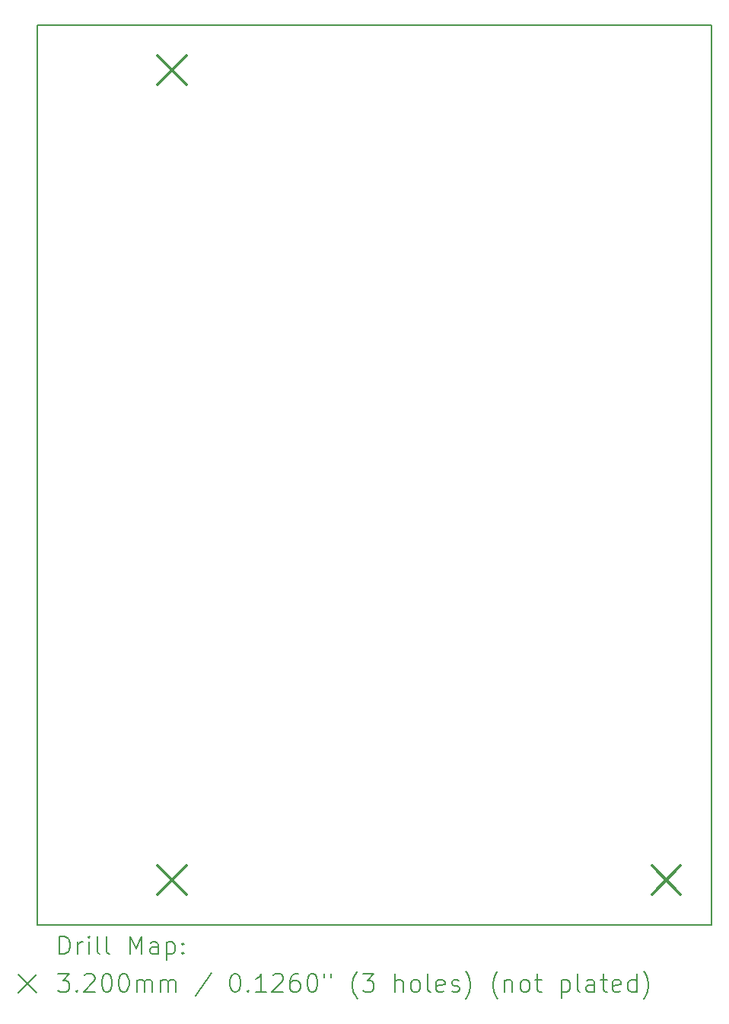
<source format=gbr>
%TF.GenerationSoftware,KiCad,Pcbnew,9.0.3*%
%TF.CreationDate,2025-08-17T13:08:38+02:00*%
%TF.ProjectId,siemens,7369656d-656e-4732-9e6b-696361645f70,rev?*%
%TF.SameCoordinates,Original*%
%TF.FileFunction,Drillmap*%
%TF.FilePolarity,Positive*%
%FSLAX45Y45*%
G04 Gerber Fmt 4.5, Leading zero omitted, Abs format (unit mm)*
G04 Created by KiCad (PCBNEW 9.0.3) date 2025-08-17 13:08:38*
%MOMM*%
%LPD*%
G01*
G04 APERTURE LIST*
%ADD10C,0.200000*%
%ADD11C,0.320000*%
G04 APERTURE END LIST*
D10*
X3000000Y-3000000D02*
X10500000Y-3000000D01*
X10500000Y-13000000D01*
X3000000Y-13000000D01*
X3000000Y-3000000D01*
D11*
X4340000Y-3340000D02*
X4660000Y-3660000D01*
X4660000Y-3340000D02*
X4340000Y-3660000D01*
X4340000Y-12340000D02*
X4660000Y-12660000D01*
X4660000Y-12340000D02*
X4340000Y-12660000D01*
X9840000Y-12340000D02*
X10160000Y-12660000D01*
X10160000Y-12340000D02*
X9840000Y-12660000D01*
D10*
X3250777Y-13321484D02*
X3250777Y-13121484D01*
X3250777Y-13121484D02*
X3298396Y-13121484D01*
X3298396Y-13121484D02*
X3326967Y-13131008D01*
X3326967Y-13131008D02*
X3346015Y-13150055D01*
X3346015Y-13150055D02*
X3355539Y-13169103D01*
X3355539Y-13169103D02*
X3365062Y-13207198D01*
X3365062Y-13207198D02*
X3365062Y-13235769D01*
X3365062Y-13235769D02*
X3355539Y-13273865D01*
X3355539Y-13273865D02*
X3346015Y-13292912D01*
X3346015Y-13292912D02*
X3326967Y-13311960D01*
X3326967Y-13311960D02*
X3298396Y-13321484D01*
X3298396Y-13321484D02*
X3250777Y-13321484D01*
X3450777Y-13321484D02*
X3450777Y-13188150D01*
X3450777Y-13226246D02*
X3460301Y-13207198D01*
X3460301Y-13207198D02*
X3469824Y-13197674D01*
X3469824Y-13197674D02*
X3488872Y-13188150D01*
X3488872Y-13188150D02*
X3507920Y-13188150D01*
X3574586Y-13321484D02*
X3574586Y-13188150D01*
X3574586Y-13121484D02*
X3565062Y-13131008D01*
X3565062Y-13131008D02*
X3574586Y-13140531D01*
X3574586Y-13140531D02*
X3584110Y-13131008D01*
X3584110Y-13131008D02*
X3574586Y-13121484D01*
X3574586Y-13121484D02*
X3574586Y-13140531D01*
X3698396Y-13321484D02*
X3679348Y-13311960D01*
X3679348Y-13311960D02*
X3669824Y-13292912D01*
X3669824Y-13292912D02*
X3669824Y-13121484D01*
X3803158Y-13321484D02*
X3784110Y-13311960D01*
X3784110Y-13311960D02*
X3774586Y-13292912D01*
X3774586Y-13292912D02*
X3774586Y-13121484D01*
X4031729Y-13321484D02*
X4031729Y-13121484D01*
X4031729Y-13121484D02*
X4098396Y-13264341D01*
X4098396Y-13264341D02*
X4165062Y-13121484D01*
X4165062Y-13121484D02*
X4165062Y-13321484D01*
X4346015Y-13321484D02*
X4346015Y-13216722D01*
X4346015Y-13216722D02*
X4336491Y-13197674D01*
X4336491Y-13197674D02*
X4317444Y-13188150D01*
X4317444Y-13188150D02*
X4279348Y-13188150D01*
X4279348Y-13188150D02*
X4260301Y-13197674D01*
X4346015Y-13311960D02*
X4326967Y-13321484D01*
X4326967Y-13321484D02*
X4279348Y-13321484D01*
X4279348Y-13321484D02*
X4260301Y-13311960D01*
X4260301Y-13311960D02*
X4250777Y-13292912D01*
X4250777Y-13292912D02*
X4250777Y-13273865D01*
X4250777Y-13273865D02*
X4260301Y-13254817D01*
X4260301Y-13254817D02*
X4279348Y-13245293D01*
X4279348Y-13245293D02*
X4326967Y-13245293D01*
X4326967Y-13245293D02*
X4346015Y-13235769D01*
X4441253Y-13188150D02*
X4441253Y-13388150D01*
X4441253Y-13197674D02*
X4460301Y-13188150D01*
X4460301Y-13188150D02*
X4498396Y-13188150D01*
X4498396Y-13188150D02*
X4517444Y-13197674D01*
X4517444Y-13197674D02*
X4526967Y-13207198D01*
X4526967Y-13207198D02*
X4536491Y-13226246D01*
X4536491Y-13226246D02*
X4536491Y-13283388D01*
X4536491Y-13283388D02*
X4526967Y-13302436D01*
X4526967Y-13302436D02*
X4517444Y-13311960D01*
X4517444Y-13311960D02*
X4498396Y-13321484D01*
X4498396Y-13321484D02*
X4460301Y-13321484D01*
X4460301Y-13321484D02*
X4441253Y-13311960D01*
X4622205Y-13302436D02*
X4631729Y-13311960D01*
X4631729Y-13311960D02*
X4622205Y-13321484D01*
X4622205Y-13321484D02*
X4612682Y-13311960D01*
X4612682Y-13311960D02*
X4622205Y-13302436D01*
X4622205Y-13302436D02*
X4622205Y-13321484D01*
X4622205Y-13197674D02*
X4631729Y-13207198D01*
X4631729Y-13207198D02*
X4622205Y-13216722D01*
X4622205Y-13216722D02*
X4612682Y-13207198D01*
X4612682Y-13207198D02*
X4622205Y-13197674D01*
X4622205Y-13197674D02*
X4622205Y-13216722D01*
X2790000Y-13550000D02*
X2990000Y-13750000D01*
X2990000Y-13550000D02*
X2790000Y-13750000D01*
X3231729Y-13541484D02*
X3355539Y-13541484D01*
X3355539Y-13541484D02*
X3288872Y-13617674D01*
X3288872Y-13617674D02*
X3317443Y-13617674D01*
X3317443Y-13617674D02*
X3336491Y-13627198D01*
X3336491Y-13627198D02*
X3346015Y-13636722D01*
X3346015Y-13636722D02*
X3355539Y-13655769D01*
X3355539Y-13655769D02*
X3355539Y-13703388D01*
X3355539Y-13703388D02*
X3346015Y-13722436D01*
X3346015Y-13722436D02*
X3336491Y-13731960D01*
X3336491Y-13731960D02*
X3317443Y-13741484D01*
X3317443Y-13741484D02*
X3260301Y-13741484D01*
X3260301Y-13741484D02*
X3241253Y-13731960D01*
X3241253Y-13731960D02*
X3231729Y-13722436D01*
X3441253Y-13722436D02*
X3450777Y-13731960D01*
X3450777Y-13731960D02*
X3441253Y-13741484D01*
X3441253Y-13741484D02*
X3431729Y-13731960D01*
X3431729Y-13731960D02*
X3441253Y-13722436D01*
X3441253Y-13722436D02*
X3441253Y-13741484D01*
X3526967Y-13560531D02*
X3536491Y-13551008D01*
X3536491Y-13551008D02*
X3555539Y-13541484D01*
X3555539Y-13541484D02*
X3603158Y-13541484D01*
X3603158Y-13541484D02*
X3622205Y-13551008D01*
X3622205Y-13551008D02*
X3631729Y-13560531D01*
X3631729Y-13560531D02*
X3641253Y-13579579D01*
X3641253Y-13579579D02*
X3641253Y-13598627D01*
X3641253Y-13598627D02*
X3631729Y-13627198D01*
X3631729Y-13627198D02*
X3517443Y-13741484D01*
X3517443Y-13741484D02*
X3641253Y-13741484D01*
X3765062Y-13541484D02*
X3784110Y-13541484D01*
X3784110Y-13541484D02*
X3803158Y-13551008D01*
X3803158Y-13551008D02*
X3812682Y-13560531D01*
X3812682Y-13560531D02*
X3822205Y-13579579D01*
X3822205Y-13579579D02*
X3831729Y-13617674D01*
X3831729Y-13617674D02*
X3831729Y-13665293D01*
X3831729Y-13665293D02*
X3822205Y-13703388D01*
X3822205Y-13703388D02*
X3812682Y-13722436D01*
X3812682Y-13722436D02*
X3803158Y-13731960D01*
X3803158Y-13731960D02*
X3784110Y-13741484D01*
X3784110Y-13741484D02*
X3765062Y-13741484D01*
X3765062Y-13741484D02*
X3746015Y-13731960D01*
X3746015Y-13731960D02*
X3736491Y-13722436D01*
X3736491Y-13722436D02*
X3726967Y-13703388D01*
X3726967Y-13703388D02*
X3717443Y-13665293D01*
X3717443Y-13665293D02*
X3717443Y-13617674D01*
X3717443Y-13617674D02*
X3726967Y-13579579D01*
X3726967Y-13579579D02*
X3736491Y-13560531D01*
X3736491Y-13560531D02*
X3746015Y-13551008D01*
X3746015Y-13551008D02*
X3765062Y-13541484D01*
X3955539Y-13541484D02*
X3974586Y-13541484D01*
X3974586Y-13541484D02*
X3993634Y-13551008D01*
X3993634Y-13551008D02*
X4003158Y-13560531D01*
X4003158Y-13560531D02*
X4012682Y-13579579D01*
X4012682Y-13579579D02*
X4022205Y-13617674D01*
X4022205Y-13617674D02*
X4022205Y-13665293D01*
X4022205Y-13665293D02*
X4012682Y-13703388D01*
X4012682Y-13703388D02*
X4003158Y-13722436D01*
X4003158Y-13722436D02*
X3993634Y-13731960D01*
X3993634Y-13731960D02*
X3974586Y-13741484D01*
X3974586Y-13741484D02*
X3955539Y-13741484D01*
X3955539Y-13741484D02*
X3936491Y-13731960D01*
X3936491Y-13731960D02*
X3926967Y-13722436D01*
X3926967Y-13722436D02*
X3917443Y-13703388D01*
X3917443Y-13703388D02*
X3907920Y-13665293D01*
X3907920Y-13665293D02*
X3907920Y-13617674D01*
X3907920Y-13617674D02*
X3917443Y-13579579D01*
X3917443Y-13579579D02*
X3926967Y-13560531D01*
X3926967Y-13560531D02*
X3936491Y-13551008D01*
X3936491Y-13551008D02*
X3955539Y-13541484D01*
X4107920Y-13741484D02*
X4107920Y-13608150D01*
X4107920Y-13627198D02*
X4117443Y-13617674D01*
X4117443Y-13617674D02*
X4136491Y-13608150D01*
X4136491Y-13608150D02*
X4165063Y-13608150D01*
X4165063Y-13608150D02*
X4184110Y-13617674D01*
X4184110Y-13617674D02*
X4193634Y-13636722D01*
X4193634Y-13636722D02*
X4193634Y-13741484D01*
X4193634Y-13636722D02*
X4203158Y-13617674D01*
X4203158Y-13617674D02*
X4222205Y-13608150D01*
X4222205Y-13608150D02*
X4250777Y-13608150D01*
X4250777Y-13608150D02*
X4269825Y-13617674D01*
X4269825Y-13617674D02*
X4279348Y-13636722D01*
X4279348Y-13636722D02*
X4279348Y-13741484D01*
X4374586Y-13741484D02*
X4374586Y-13608150D01*
X4374586Y-13627198D02*
X4384110Y-13617674D01*
X4384110Y-13617674D02*
X4403158Y-13608150D01*
X4403158Y-13608150D02*
X4431729Y-13608150D01*
X4431729Y-13608150D02*
X4450777Y-13617674D01*
X4450777Y-13617674D02*
X4460301Y-13636722D01*
X4460301Y-13636722D02*
X4460301Y-13741484D01*
X4460301Y-13636722D02*
X4469825Y-13617674D01*
X4469825Y-13617674D02*
X4488872Y-13608150D01*
X4488872Y-13608150D02*
X4517444Y-13608150D01*
X4517444Y-13608150D02*
X4536491Y-13617674D01*
X4536491Y-13617674D02*
X4546015Y-13636722D01*
X4546015Y-13636722D02*
X4546015Y-13741484D01*
X4936491Y-13531960D02*
X4765063Y-13789103D01*
X5193634Y-13541484D02*
X5212682Y-13541484D01*
X5212682Y-13541484D02*
X5231729Y-13551008D01*
X5231729Y-13551008D02*
X5241253Y-13560531D01*
X5241253Y-13560531D02*
X5250777Y-13579579D01*
X5250777Y-13579579D02*
X5260301Y-13617674D01*
X5260301Y-13617674D02*
X5260301Y-13665293D01*
X5260301Y-13665293D02*
X5250777Y-13703388D01*
X5250777Y-13703388D02*
X5241253Y-13722436D01*
X5241253Y-13722436D02*
X5231729Y-13731960D01*
X5231729Y-13731960D02*
X5212682Y-13741484D01*
X5212682Y-13741484D02*
X5193634Y-13741484D01*
X5193634Y-13741484D02*
X5174587Y-13731960D01*
X5174587Y-13731960D02*
X5165063Y-13722436D01*
X5165063Y-13722436D02*
X5155539Y-13703388D01*
X5155539Y-13703388D02*
X5146015Y-13665293D01*
X5146015Y-13665293D02*
X5146015Y-13617674D01*
X5146015Y-13617674D02*
X5155539Y-13579579D01*
X5155539Y-13579579D02*
X5165063Y-13560531D01*
X5165063Y-13560531D02*
X5174587Y-13551008D01*
X5174587Y-13551008D02*
X5193634Y-13541484D01*
X5346015Y-13722436D02*
X5355539Y-13731960D01*
X5355539Y-13731960D02*
X5346015Y-13741484D01*
X5346015Y-13741484D02*
X5336491Y-13731960D01*
X5336491Y-13731960D02*
X5346015Y-13722436D01*
X5346015Y-13722436D02*
X5346015Y-13741484D01*
X5546015Y-13741484D02*
X5431729Y-13741484D01*
X5488872Y-13741484D02*
X5488872Y-13541484D01*
X5488872Y-13541484D02*
X5469825Y-13570055D01*
X5469825Y-13570055D02*
X5450777Y-13589103D01*
X5450777Y-13589103D02*
X5431729Y-13598627D01*
X5622206Y-13560531D02*
X5631729Y-13551008D01*
X5631729Y-13551008D02*
X5650777Y-13541484D01*
X5650777Y-13541484D02*
X5698396Y-13541484D01*
X5698396Y-13541484D02*
X5717444Y-13551008D01*
X5717444Y-13551008D02*
X5726967Y-13560531D01*
X5726967Y-13560531D02*
X5736491Y-13579579D01*
X5736491Y-13579579D02*
X5736491Y-13598627D01*
X5736491Y-13598627D02*
X5726967Y-13627198D01*
X5726967Y-13627198D02*
X5612682Y-13741484D01*
X5612682Y-13741484D02*
X5736491Y-13741484D01*
X5907920Y-13541484D02*
X5869825Y-13541484D01*
X5869825Y-13541484D02*
X5850777Y-13551008D01*
X5850777Y-13551008D02*
X5841253Y-13560531D01*
X5841253Y-13560531D02*
X5822206Y-13589103D01*
X5822206Y-13589103D02*
X5812682Y-13627198D01*
X5812682Y-13627198D02*
X5812682Y-13703388D01*
X5812682Y-13703388D02*
X5822206Y-13722436D01*
X5822206Y-13722436D02*
X5831729Y-13731960D01*
X5831729Y-13731960D02*
X5850777Y-13741484D01*
X5850777Y-13741484D02*
X5888872Y-13741484D01*
X5888872Y-13741484D02*
X5907920Y-13731960D01*
X5907920Y-13731960D02*
X5917444Y-13722436D01*
X5917444Y-13722436D02*
X5926967Y-13703388D01*
X5926967Y-13703388D02*
X5926967Y-13655769D01*
X5926967Y-13655769D02*
X5917444Y-13636722D01*
X5917444Y-13636722D02*
X5907920Y-13627198D01*
X5907920Y-13627198D02*
X5888872Y-13617674D01*
X5888872Y-13617674D02*
X5850777Y-13617674D01*
X5850777Y-13617674D02*
X5831729Y-13627198D01*
X5831729Y-13627198D02*
X5822206Y-13636722D01*
X5822206Y-13636722D02*
X5812682Y-13655769D01*
X6050777Y-13541484D02*
X6069825Y-13541484D01*
X6069825Y-13541484D02*
X6088872Y-13551008D01*
X6088872Y-13551008D02*
X6098396Y-13560531D01*
X6098396Y-13560531D02*
X6107920Y-13579579D01*
X6107920Y-13579579D02*
X6117444Y-13617674D01*
X6117444Y-13617674D02*
X6117444Y-13665293D01*
X6117444Y-13665293D02*
X6107920Y-13703388D01*
X6107920Y-13703388D02*
X6098396Y-13722436D01*
X6098396Y-13722436D02*
X6088872Y-13731960D01*
X6088872Y-13731960D02*
X6069825Y-13741484D01*
X6069825Y-13741484D02*
X6050777Y-13741484D01*
X6050777Y-13741484D02*
X6031729Y-13731960D01*
X6031729Y-13731960D02*
X6022206Y-13722436D01*
X6022206Y-13722436D02*
X6012682Y-13703388D01*
X6012682Y-13703388D02*
X6003158Y-13665293D01*
X6003158Y-13665293D02*
X6003158Y-13617674D01*
X6003158Y-13617674D02*
X6012682Y-13579579D01*
X6012682Y-13579579D02*
X6022206Y-13560531D01*
X6022206Y-13560531D02*
X6031729Y-13551008D01*
X6031729Y-13551008D02*
X6050777Y-13541484D01*
X6193634Y-13541484D02*
X6193634Y-13579579D01*
X6269825Y-13541484D02*
X6269825Y-13579579D01*
X6565063Y-13817674D02*
X6555539Y-13808150D01*
X6555539Y-13808150D02*
X6536491Y-13779579D01*
X6536491Y-13779579D02*
X6526968Y-13760531D01*
X6526968Y-13760531D02*
X6517444Y-13731960D01*
X6517444Y-13731960D02*
X6507920Y-13684341D01*
X6507920Y-13684341D02*
X6507920Y-13646246D01*
X6507920Y-13646246D02*
X6517444Y-13598627D01*
X6517444Y-13598627D02*
X6526968Y-13570055D01*
X6526968Y-13570055D02*
X6536491Y-13551008D01*
X6536491Y-13551008D02*
X6555539Y-13522436D01*
X6555539Y-13522436D02*
X6565063Y-13512912D01*
X6622206Y-13541484D02*
X6746015Y-13541484D01*
X6746015Y-13541484D02*
X6679348Y-13617674D01*
X6679348Y-13617674D02*
X6707920Y-13617674D01*
X6707920Y-13617674D02*
X6726968Y-13627198D01*
X6726968Y-13627198D02*
X6736491Y-13636722D01*
X6736491Y-13636722D02*
X6746015Y-13655769D01*
X6746015Y-13655769D02*
X6746015Y-13703388D01*
X6746015Y-13703388D02*
X6736491Y-13722436D01*
X6736491Y-13722436D02*
X6726968Y-13731960D01*
X6726968Y-13731960D02*
X6707920Y-13741484D01*
X6707920Y-13741484D02*
X6650777Y-13741484D01*
X6650777Y-13741484D02*
X6631729Y-13731960D01*
X6631729Y-13731960D02*
X6622206Y-13722436D01*
X6984110Y-13741484D02*
X6984110Y-13541484D01*
X7069825Y-13741484D02*
X7069825Y-13636722D01*
X7069825Y-13636722D02*
X7060301Y-13617674D01*
X7060301Y-13617674D02*
X7041253Y-13608150D01*
X7041253Y-13608150D02*
X7012682Y-13608150D01*
X7012682Y-13608150D02*
X6993634Y-13617674D01*
X6993634Y-13617674D02*
X6984110Y-13627198D01*
X7193634Y-13741484D02*
X7174587Y-13731960D01*
X7174587Y-13731960D02*
X7165063Y-13722436D01*
X7165063Y-13722436D02*
X7155539Y-13703388D01*
X7155539Y-13703388D02*
X7155539Y-13646246D01*
X7155539Y-13646246D02*
X7165063Y-13627198D01*
X7165063Y-13627198D02*
X7174587Y-13617674D01*
X7174587Y-13617674D02*
X7193634Y-13608150D01*
X7193634Y-13608150D02*
X7222206Y-13608150D01*
X7222206Y-13608150D02*
X7241253Y-13617674D01*
X7241253Y-13617674D02*
X7250777Y-13627198D01*
X7250777Y-13627198D02*
X7260301Y-13646246D01*
X7260301Y-13646246D02*
X7260301Y-13703388D01*
X7260301Y-13703388D02*
X7250777Y-13722436D01*
X7250777Y-13722436D02*
X7241253Y-13731960D01*
X7241253Y-13731960D02*
X7222206Y-13741484D01*
X7222206Y-13741484D02*
X7193634Y-13741484D01*
X7374587Y-13741484D02*
X7355539Y-13731960D01*
X7355539Y-13731960D02*
X7346015Y-13712912D01*
X7346015Y-13712912D02*
X7346015Y-13541484D01*
X7526968Y-13731960D02*
X7507920Y-13741484D01*
X7507920Y-13741484D02*
X7469825Y-13741484D01*
X7469825Y-13741484D02*
X7450777Y-13731960D01*
X7450777Y-13731960D02*
X7441253Y-13712912D01*
X7441253Y-13712912D02*
X7441253Y-13636722D01*
X7441253Y-13636722D02*
X7450777Y-13617674D01*
X7450777Y-13617674D02*
X7469825Y-13608150D01*
X7469825Y-13608150D02*
X7507920Y-13608150D01*
X7507920Y-13608150D02*
X7526968Y-13617674D01*
X7526968Y-13617674D02*
X7536491Y-13636722D01*
X7536491Y-13636722D02*
X7536491Y-13655769D01*
X7536491Y-13655769D02*
X7441253Y-13674817D01*
X7612682Y-13731960D02*
X7631730Y-13741484D01*
X7631730Y-13741484D02*
X7669825Y-13741484D01*
X7669825Y-13741484D02*
X7688872Y-13731960D01*
X7688872Y-13731960D02*
X7698396Y-13712912D01*
X7698396Y-13712912D02*
X7698396Y-13703388D01*
X7698396Y-13703388D02*
X7688872Y-13684341D01*
X7688872Y-13684341D02*
X7669825Y-13674817D01*
X7669825Y-13674817D02*
X7641253Y-13674817D01*
X7641253Y-13674817D02*
X7622206Y-13665293D01*
X7622206Y-13665293D02*
X7612682Y-13646246D01*
X7612682Y-13646246D02*
X7612682Y-13636722D01*
X7612682Y-13636722D02*
X7622206Y-13617674D01*
X7622206Y-13617674D02*
X7641253Y-13608150D01*
X7641253Y-13608150D02*
X7669825Y-13608150D01*
X7669825Y-13608150D02*
X7688872Y-13617674D01*
X7765063Y-13817674D02*
X7774587Y-13808150D01*
X7774587Y-13808150D02*
X7793634Y-13779579D01*
X7793634Y-13779579D02*
X7803158Y-13760531D01*
X7803158Y-13760531D02*
X7812682Y-13731960D01*
X7812682Y-13731960D02*
X7822206Y-13684341D01*
X7822206Y-13684341D02*
X7822206Y-13646246D01*
X7822206Y-13646246D02*
X7812682Y-13598627D01*
X7812682Y-13598627D02*
X7803158Y-13570055D01*
X7803158Y-13570055D02*
X7793634Y-13551008D01*
X7793634Y-13551008D02*
X7774587Y-13522436D01*
X7774587Y-13522436D02*
X7765063Y-13512912D01*
X8126968Y-13817674D02*
X8117444Y-13808150D01*
X8117444Y-13808150D02*
X8098396Y-13779579D01*
X8098396Y-13779579D02*
X8088872Y-13760531D01*
X8088872Y-13760531D02*
X8079349Y-13731960D01*
X8079349Y-13731960D02*
X8069825Y-13684341D01*
X8069825Y-13684341D02*
X8069825Y-13646246D01*
X8069825Y-13646246D02*
X8079349Y-13598627D01*
X8079349Y-13598627D02*
X8088872Y-13570055D01*
X8088872Y-13570055D02*
X8098396Y-13551008D01*
X8098396Y-13551008D02*
X8117444Y-13522436D01*
X8117444Y-13522436D02*
X8126968Y-13512912D01*
X8203158Y-13608150D02*
X8203158Y-13741484D01*
X8203158Y-13627198D02*
X8212682Y-13617674D01*
X8212682Y-13617674D02*
X8231730Y-13608150D01*
X8231730Y-13608150D02*
X8260301Y-13608150D01*
X8260301Y-13608150D02*
X8279349Y-13617674D01*
X8279349Y-13617674D02*
X8288872Y-13636722D01*
X8288872Y-13636722D02*
X8288872Y-13741484D01*
X8412682Y-13741484D02*
X8393634Y-13731960D01*
X8393634Y-13731960D02*
X8384111Y-13722436D01*
X8384111Y-13722436D02*
X8374587Y-13703388D01*
X8374587Y-13703388D02*
X8374587Y-13646246D01*
X8374587Y-13646246D02*
X8384111Y-13627198D01*
X8384111Y-13627198D02*
X8393634Y-13617674D01*
X8393634Y-13617674D02*
X8412682Y-13608150D01*
X8412682Y-13608150D02*
X8441254Y-13608150D01*
X8441254Y-13608150D02*
X8460301Y-13617674D01*
X8460301Y-13617674D02*
X8469825Y-13627198D01*
X8469825Y-13627198D02*
X8479349Y-13646246D01*
X8479349Y-13646246D02*
X8479349Y-13703388D01*
X8479349Y-13703388D02*
X8469825Y-13722436D01*
X8469825Y-13722436D02*
X8460301Y-13731960D01*
X8460301Y-13731960D02*
X8441254Y-13741484D01*
X8441254Y-13741484D02*
X8412682Y-13741484D01*
X8536492Y-13608150D02*
X8612682Y-13608150D01*
X8565063Y-13541484D02*
X8565063Y-13712912D01*
X8565063Y-13712912D02*
X8574587Y-13731960D01*
X8574587Y-13731960D02*
X8593634Y-13741484D01*
X8593634Y-13741484D02*
X8612682Y-13741484D01*
X8831730Y-13608150D02*
X8831730Y-13808150D01*
X8831730Y-13617674D02*
X8850777Y-13608150D01*
X8850777Y-13608150D02*
X8888873Y-13608150D01*
X8888873Y-13608150D02*
X8907920Y-13617674D01*
X8907920Y-13617674D02*
X8917444Y-13627198D01*
X8917444Y-13627198D02*
X8926968Y-13646246D01*
X8926968Y-13646246D02*
X8926968Y-13703388D01*
X8926968Y-13703388D02*
X8917444Y-13722436D01*
X8917444Y-13722436D02*
X8907920Y-13731960D01*
X8907920Y-13731960D02*
X8888873Y-13741484D01*
X8888873Y-13741484D02*
X8850777Y-13741484D01*
X8850777Y-13741484D02*
X8831730Y-13731960D01*
X9041254Y-13741484D02*
X9022206Y-13731960D01*
X9022206Y-13731960D02*
X9012682Y-13712912D01*
X9012682Y-13712912D02*
X9012682Y-13541484D01*
X9203158Y-13741484D02*
X9203158Y-13636722D01*
X9203158Y-13636722D02*
X9193635Y-13617674D01*
X9193635Y-13617674D02*
X9174587Y-13608150D01*
X9174587Y-13608150D02*
X9136492Y-13608150D01*
X9136492Y-13608150D02*
X9117444Y-13617674D01*
X9203158Y-13731960D02*
X9184111Y-13741484D01*
X9184111Y-13741484D02*
X9136492Y-13741484D01*
X9136492Y-13741484D02*
X9117444Y-13731960D01*
X9117444Y-13731960D02*
X9107920Y-13712912D01*
X9107920Y-13712912D02*
X9107920Y-13693865D01*
X9107920Y-13693865D02*
X9117444Y-13674817D01*
X9117444Y-13674817D02*
X9136492Y-13665293D01*
X9136492Y-13665293D02*
X9184111Y-13665293D01*
X9184111Y-13665293D02*
X9203158Y-13655769D01*
X9269825Y-13608150D02*
X9346015Y-13608150D01*
X9298396Y-13541484D02*
X9298396Y-13712912D01*
X9298396Y-13712912D02*
X9307920Y-13731960D01*
X9307920Y-13731960D02*
X9326968Y-13741484D01*
X9326968Y-13741484D02*
X9346015Y-13741484D01*
X9488873Y-13731960D02*
X9469825Y-13741484D01*
X9469825Y-13741484D02*
X9431730Y-13741484D01*
X9431730Y-13741484D02*
X9412682Y-13731960D01*
X9412682Y-13731960D02*
X9403158Y-13712912D01*
X9403158Y-13712912D02*
X9403158Y-13636722D01*
X9403158Y-13636722D02*
X9412682Y-13617674D01*
X9412682Y-13617674D02*
X9431730Y-13608150D01*
X9431730Y-13608150D02*
X9469825Y-13608150D01*
X9469825Y-13608150D02*
X9488873Y-13617674D01*
X9488873Y-13617674D02*
X9498396Y-13636722D01*
X9498396Y-13636722D02*
X9498396Y-13655769D01*
X9498396Y-13655769D02*
X9403158Y-13674817D01*
X9669825Y-13741484D02*
X9669825Y-13541484D01*
X9669825Y-13731960D02*
X9650777Y-13741484D01*
X9650777Y-13741484D02*
X9612682Y-13741484D01*
X9612682Y-13741484D02*
X9593635Y-13731960D01*
X9593635Y-13731960D02*
X9584111Y-13722436D01*
X9584111Y-13722436D02*
X9574587Y-13703388D01*
X9574587Y-13703388D02*
X9574587Y-13646246D01*
X9574587Y-13646246D02*
X9584111Y-13627198D01*
X9584111Y-13627198D02*
X9593635Y-13617674D01*
X9593635Y-13617674D02*
X9612682Y-13608150D01*
X9612682Y-13608150D02*
X9650777Y-13608150D01*
X9650777Y-13608150D02*
X9669825Y-13617674D01*
X9746016Y-13817674D02*
X9755539Y-13808150D01*
X9755539Y-13808150D02*
X9774587Y-13779579D01*
X9774587Y-13779579D02*
X9784111Y-13760531D01*
X9784111Y-13760531D02*
X9793635Y-13731960D01*
X9793635Y-13731960D02*
X9803158Y-13684341D01*
X9803158Y-13684341D02*
X9803158Y-13646246D01*
X9803158Y-13646246D02*
X9793635Y-13598627D01*
X9793635Y-13598627D02*
X9784111Y-13570055D01*
X9784111Y-13570055D02*
X9774587Y-13551008D01*
X9774587Y-13551008D02*
X9755539Y-13522436D01*
X9755539Y-13522436D02*
X9746016Y-13512912D01*
M02*

</source>
